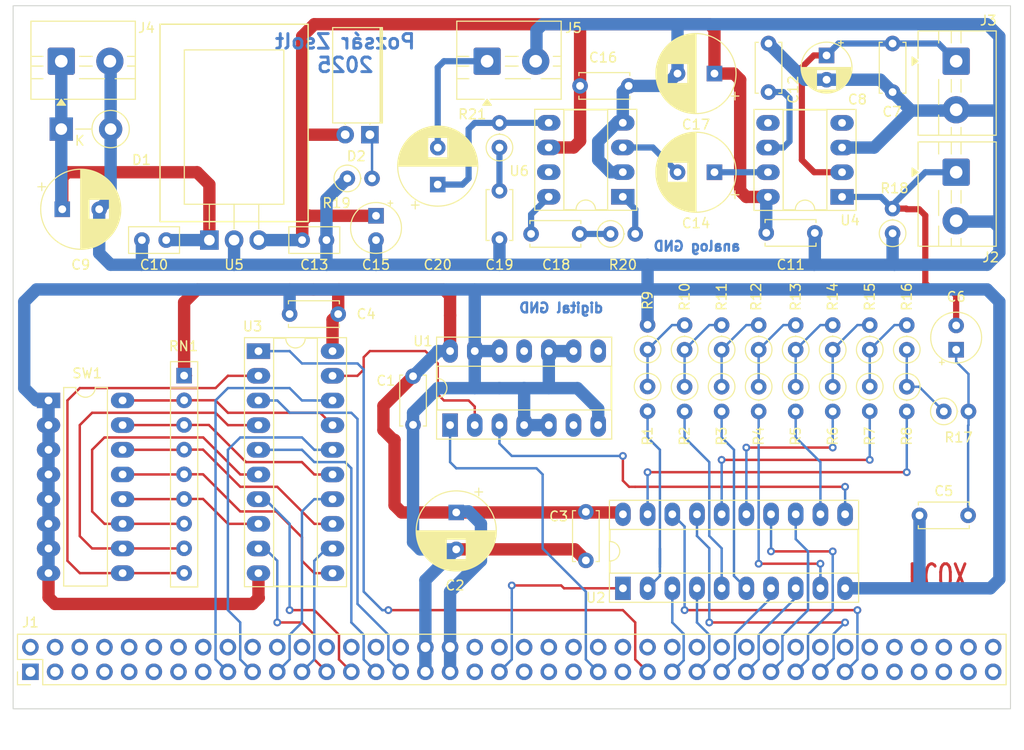
<source format=kicad_pcb>
(kicad_pcb (version 20241229) (generator "pcbnew") (generator_version "9.0")
  (title_block (title "PCOX - COVOX module") (date "2025-12-27") (rev "1.0") (company "Pozsar Zsolt") (comment 1 "Zacchaeus Microcomputer"))
  (layers (0 "F.Cu" signal) (2 "B.Cu" signal) (13 "F.Paste" user) (15 "B.Paste" user) (5 "F.SilkS" user "F.Silkscreen") (7 "B.SilkS" user "B.Silkscreen") (1 "F.Mask" user) (3 "B.Mask" user) (25 "Edge.Cuts" user))
  (net 0 "")
  (net 1 "/A7")
  (net 2 "/A6")
  (net 3 "/A5")
  (net 4 "/A4")
  (net 5 "/A3")
  (net 6 "/A2")
  (net 7 "/A1")
  (net 8 "/A0")
  (net 9 "GNDA")
  (net 10 "+5VD")
  (net 11 "/RESET")
  (net 12 "/-WR")
  (net 13 "/-IORQ")
  (net 14 "/D0")
  (net 15 "/D1")
  (net 16 "/D2")
  (net 17 "/D3")
  (net 18 "/D4")
  (net 19 "/D5")
  (net 20 "/D6")
  (net 21 "/D7")
  (net 22 "Net-(J2-Pin_1)")
  (net 23 "Net-(J3-Pin_1)")
  (net 24 "Net-(U4-Roll-off)")
  (net 25 "Net-(U6-+)")
  (net 26 "Net-(U4-Output)")
  (net 27 "Net-(J5-Pin_1)")
  (net 28 "Net-(D2-K)")
  (net 32 "+9VA")
  (net 36 "Net-(C5-Pad2)")
  (net 38 "Net-(R10-Pad1)")
  (net 39 "Net-(C19-Pad1)")
  (net 40 "Net-(C20-Pad1)")
  (net 43 "Net-(R11-Pad1)")
  (net 44 "Net-(R12-Pad1)")
  (net 45 "Net-(R13-Pad1)")
  (net 48 "Net-(C18-Pad2)")
  (net 49 "Net-(C18-Pad1)")
  (net 99 "Net-(U2-Q0)")
  (net 100 "Net-(U2-Q1)")
  (net 101 "Net-(U2-Q2)")
  (net 102 "Net-(U2-Q3)")
  (net 103 "Net-(U2-Q4)")
  (net 104 "Net-(R14-Pad1)")
  (net 105 "Net-(U2-Q5)")
  (net 106 "Net-(U2-Q6)")
  (net 107 "Net-(U2-Q7)")
  (net 108 "Net-(R1-Pad1)")
  (net 109 "Net-(RN1-R2)")
  (net 110 "Net-(RN1-R6)")
  (net 111 "Net-(R15-Pad1)")
  (net 112 "Net-(R16-Pad1)")
  (net 113 "Net-(R20-Pad2)")
  (net 114 "Net-(RN1-R7)")
  (net 115 "Net-(RN1-R4)")
  (net 116 "Net-(RN1-R5)")
  (net 117 "Net-(RN1-R8)")
  (net 118 "Net-(RN1-R3)")
  (net 119 "Net-(RN1-R1)")
  (net 120 "Net-(U3-P=R)")
  (net 121 "Net-(U2-Cp)")
  (net 125 "/+12VA")
  (footprint "Capacitor_THT:C_Disc_D5.0mm_W2.5mm_P5.00mm" (layer "F.Cu") (at 137.16 92.76 -90)
    (property "Reference" "C1")
    (property "Value" "100n")
  )
  (footprint "Resistor_THT:R_Array_SIP9" (layer "F.Cu") (at 113.605 92.695 -90)
    (property "Reference" "RN1")
    (property "Value" "8x1k")
  )
  (footprint "Resistor_THT:R_Axial_DIN0207_L6.3mm_D2.5mm_P2.54mm_Vertical" (layer "F.Cu") (at 172.72 90.03 90)
    (property "Reference" "R12")
    (property "Value" "10k")
  )
  (footprint "TerminalBlock:TerminalBlock_MaiXu_MX126-5.0-02P_1x02_P5.00mm" (layer "F.Cu") (at 144.78 60.325)
    (property "Reference" "J5")
    (property "Value" "Screw_Terminal_01x02")
  )
  (footprint "Capacitor_THT:C_Disc_D5.0mm_W2.5mm_P5.00mm" (layer "F.Cu") (at 154.94 111.72 90)
    (property "Reference" "C3")
    (property "Value" "100n")
  )
  (footprint "Capacitor_THT:C_Disc_D5.0mm_W2.5mm_P5.00mm" (layer "F.Cu") (at 159.345 62.865 180)
    (property "Reference" "C16")
    (property "Value" "100n")
  )
  (footprint "Package_DIP:DIP-20_W7.62mm_Socket_LongPads" (layer "F.Cu") (at 121.255 90.175)
    (property "Reference" "U3")
    (property "Value" "74HCT688")
  )
  (footprint "Capacitor_THT:C_Disc_D5.0mm_W2.5mm_P5.00mm" (layer "F.Cu") (at 173.5 78)
    (property "Reference" "C11")
    (property "Value" "100n")
  )
  (footprint "Capacitor_THT:C_Disc_D5.0mm_W2.5mm_P5.00mm" (layer "F.Cu") (at 189.27 107.081)
    (property "Reference" "C5")
    (property "Value" "10n")
  )
  (footprint "TerminalBlock:TerminalBlock_MaiXu_MX126-5.0-02P_1x02_P5.00mm" (layer "F.Cu") (at 100.965 60.325)
    (property "Reference" "J4")
    (property "Value" "Screw_Terminal_01x02")
  )
  (footprint "Package_DIP:DIP-8_W7.62mm_Socket_LongPads" (layer "F.Cu") (at 181.3 74.295 180)
    (property "Reference" "U4")
    (property "Value" "MC3340P")
  )
  (footprint "Package_DIP:DIP-20_W7.62mm_Socket_LongPads" (layer "F.Cu") (at 158.755 114.591 90)
    (property "Reference" "U2")
    (property "Value" "74LS273")
  )
  (footprint "Capacitor_THT:CP_Radial_D8.0mm_P3.80mm" (layer "F.Cu") (at 168.172651 71.755 180)
    (property "Reference" "C14")
    (property "Value" "220u")
  )
  (footprint "Resistor_THT:R_Axial_DIN0207_L6.3mm_D2.5mm_P2.54mm_Vertical" (layer "F.Cu") (at 161.29 90.01 90)
    (property "Reference" "R9")
    (property "Value" "10k")
  )
  (footprint "Capacitor_THT:CP_Radial_D8.0mm_P3.80mm" (layer "F.Cu") (at 101.067349 75.565)
    (property "Reference" "C9")
    (property "Value" "220u")
  )
  (footprint "Resistor_THT:R_Axial_DIN0207_L6.3mm_D2.5mm_P2.54mm_Vertical" (layer "F.Cu") (at 184.15 93.82 -90)
    (property "Reference" "R7")
    (property "Value" "20k")
  )
  (footprint "Capacitor_THT:C_Disc_D5.0mm_W2.5mm_P5.00mm" (layer "F.Cu") (at 173.736 63.5 90)
    (property "Reference" "C12")
    (property "Value" "50n")
  )
  (footprint "Resistor_THT:R_Axial_DIN0207_L6.3mm_D2.5mm_P2.54mm_Vertical" (layer "F.Cu") (at 180.34 93.84 -90)
    (property "Reference" "R6")
    (property "Value" "20k")
  )
  (footprint "Package_TO_SOT_THT:TO-220-3_Horizontal_TabDown" (layer "F.Cu") (at 116.205 78.74)
    (property "Reference" "U5")
    (property "Value" "7809")
  )
  (footprint "Resistor_THT:R_Axial_DIN0207_L6.3mm_D2.5mm_P2.54mm_Vertical" (layer "F.Cu") (at 168.91 93.84 -90)
    (property "Reference" "R3")
    (property "Value" "20k")
  )
  (footprint "Resistor_THT:R_Axial_DIN0207_L6.3mm_D2.5mm_P2.54mm_Vertical" (layer "F.Cu") (at 187.96 93.84 -90)
    (property "Reference" "R8")
    (property "Value" "20k")
  )
  (footprint "Resistor_THT:R_Axial_DIN0207_L6.3mm_D2.5mm_P2.54mm_Vertical" (layer "F.Cu") (at 186.5 78.04 90)
    (property "Reference" "R18")
    (property "Value" "47k-100k")
  )
  (footprint "TerminalBlock:TerminalBlock_MaiXu_MX126-5.0-02P_1x02_P5.00mm" (layer "F.Cu") (at 193.04 71.755 -90)
    (property "Reference" "J2")
    (property "Value" "Screw_Terminal_01x02")
  )
  (footprint "pinhead:PinHeader_2x40_P2.54mm_Vertical_Top_Bottom" (layer "F.Cu") (at 97.79 123.19 90)
    (property "Reference" "J1")
    (property "Value" "Conn_02x40_Top_Bottom")
  )
  (footprint "Capacitor_THT:C_Disc_D5.0mm_W2.5mm_P5.00mm" (layer "F.Cu") (at 154.305 78.105 180)
    (property "Reference" "C18")
    (property "Value" "**")
  )
  (footprint "Resistor_THT:R_Axial_DIN0207_L6.3mm_D2.5mm_P2.54mm_Vertical" (layer "F.Cu") (at 180.34 90.03 90)
    (property "Reference" "R14")
    (property "Value" "10k")
  )
  (footprint "Resistor_THT:R_Axial_DIN0207_L6.3mm_D2.5mm_P2.54mm_Vertical" (layer "F.Cu") (at 168.91 90.03 90)
    (property "Reference" "R11")
    (property "Value" "10k")
  )
  (footprint "Capacitor_THT:CP_Radial_Tantal_D5.0mm_P2.50mm" (layer "F.Cu") (at 133.35 76.24 -90)
    (property "Reference" "C15")
    (property "Value" "1u Ta")
  )
  (footprint "Resistor_THT:R_Axial_DIN0207_L6.3mm_D2.5mm_P2.54mm_Vertical" (layer "F.Cu") (at 187.96 90.03 90)
    (property "Reference" "R16")
    (property "Value" "10k")
  )
  (footprint "Resistor_THT:R_Axial_DIN0207_L6.3mm_D2.5mm_P2.54mm_Vertical" (layer "F.Cu") (at 161.29 93.82 -90)
    (property "Reference" "R1")
    (property "Value" "20k")
  )
  (footprint "Resistor_THT:R_Axial_DIN0207_L6.3mm_D2.5mm_P2.54mm_Vertical" (layer "F.Cu") (at 146.05 69.215 90)
    (property "Reference" "R21")
    (property "Value" "10")
  )
  (footprint "LED_THT:LED_Rectangular_W5.0mm_H2.0mm_Horizontal_O1.27mm_Z1.0mm" (layer "F.Cu") (at 132.72 67.89 180)
    (property "Reference" "D2")
    (property "Value" "LED")
  )
  (footprint "Capacitor_THT:C_Disc_D5.0mm_W2.5mm_P2.50mm" (layer "F.Cu") (at 125.75 78.74)
    (property "Reference" "C13")
    (property "Value" "1n")
  )
  (footprint "Resistor_THT:R_Axial_DIN0207_L6.3mm_D2.5mm_P2.54mm_Vertical" (layer "F.Cu") (at 176.53 90.03 90)
    (property "Reference" "R13")
    (property "Value" "10k")
  )
  (footprint "Resistor_THT:R_Axial_DIN0207_L6.3mm_D2.5mm_P2.54mm_Vertical" (layer "F.Cu") (at 157.48 78.105)
    (property "Reference" "R20")
    (property "Value" "*")
  )
  (footprint "Diode_THT:D_DO-15_P5.08mm_Vertical_KathodeUp" (layer "F.Cu") (at 100.965 67.31)
    (property "Reference" "D1")
    (property "Value" "1N5395")
  )
  (footprint "Resistor_THT:R_Axial_DIN0207_L6.3mm_D2.5mm_P2.54mm_Vertical" (layer "F.Cu") (at 184.15 90.03 90)
    (property "Reference" "R15")
    (property "Value" "10k")
  )
  (footprint "TerminalBlock:TerminalBlock_MaiXu_MX126-5.0-02P_1x02_P5.00mm" (layer "F.Cu") (at 193.04 60.325 -90)
    (property "Reference" "J3")
    (property "Value" "Screw_Terminal_01x02")
  )
  (footprint "Resistor_THT:R_Axial_DIN0207_L6.3mm_D2.5mm_P2.54mm_Vertical" (layer "F.Cu") (at 191.77 96.38)
    (property "Reference" "R17")
    (property "Value" "10k")
  )
  (footprint "Capacitor_THT:C_Disc_D5.0mm_W2.5mm_P5.00mm" (layer "F.Cu") (at 129.46 86.36 180)
    (property "Reference" "C4")
    (property "Value" "100n")
  )
  (footprint "Resistor_THT:R_Axial_DIN0207_L6.3mm_D2.5mm_P2.54mm_Vertical" (layer "F.Cu") (at 165.1 90.03 90)
    (property "Reference" "R10")
    (property "Value" "10k")
  )
  (footprint "Capacitor_THT:CP_Radial_D8.0mm_P3.80mm" (layer "F.Cu") (at 141.605 106.782349 -90)
    (property "Reference" "C2")
    (property "Value" "47u")
  )
  (footprint "Capacitor_THT:CP_Radial_D5.0mm_P2.50mm" (layer "F.Cu") (at 179.705 59.73 -90)
    (property "Reference" "C8")
    (property "Value" "10u")
  )
  (footprint "Capacitor_THT:CP_Radial_D8.0mm_P3.80mm" (layer "F.Cu") (at 168.172651 61.595 180)
    (property "Reference" "C17")
    (property "Value" "100u")
  )
  (footprint "Package_DIP:DIP-16_W7.62mm_LongPads" (layer "F.Cu") (at 99.655 95.25)
    (property "Reference" "SW1")
    (property "Value" "SW_DIP_x08")
  )
  (footprint "Capacitor_THT:C_Disc_D5.0mm_W2.5mm_P5.00mm" (layer "F.Cu") (at 186.5 63.5 90)
    (property "Reference" "C7")
    (property "Value" "100n")
  )
  (footprint "Package_DIP:DIP-14_W7.62mm_Socket_LongPads" (layer "F.Cu") (at 140.97 97.79 90)
    (property "Reference" "U1")
    (property "Value" "74LS32")
  )
  (footprint "Resistor_THT:R_Axial_DIN0207_L6.3mm_D2.5mm_P2.54mm_Vertical" (layer "F.Cu") (at 176.53 93.84 -90)
    (property "Reference" "R5")
    (property "Value" "20k")
  )
  (footprint "Resistor_THT:R_Axial_DIN0207_L6.3mm_D2.5mm_P2.54mm_Vertical" (layer "F.Cu") (at 165.1 93.84 -90)
    (property "Reference" "R2")
    (property "Value" "20k")
  )
  (footprint "Resistor_THT:R_Axial_DIN0207_L6.3mm_D2.5mm_P2.54mm_Vertical" (layer "F.Cu") (at 130.4 72.39)
    (property "Reference" "R19")
    (property "Value" "470")
  )
  (footprint "Package_DIP:DIP-8_W7.62mm_Socket_LongPads" (layer "F.Cu") (at 158.74 74.285 180)
    (property "Reference" "U6")
    (property "Value" "LM386")
  )
  (footprint "Capacitor_THT:C_Disc_D5.0mm_W2.5mm_P5.00mm" (layer "F.Cu") (at 146.05 73.66 -90)
    (property "Reference" "C19")
    (property "Value" "50n")
  )
  (footprint "Capacitor_THT:C_Disc_D5.0mm_W2.5mm_P2.50mm" (layer "F.Cu") (at 111.76 78.74 180)
    (property "Reference" "C10")
    (property "Value" "1n")
  )
  (footprint "Resistor_THT:R_Axial_DIN0207_L6.3mm_D2.5mm_P2.54mm_Vertical" (layer "F.Cu") (at 172.72 93.84 -90)
    (property "Reference" "R4")
    (property "Value" "20k")
  )
  (footprint "Capacitor_THT:CP_Radial_D8.0mm_P3.80mm" (layer "F.Cu") (at 139.7 73.025 90)
    (property "Reference" "C20")
    (property "Value" "220u")
  )
  (footprint "Capacitor_THT:CP_Radial_Tantal_D5.0mm_P2.50mm" (layer "F.Cu") (at 193.04 90.03 90)
    (property "Reference" "C6")
    (property "Value" "1u Ta")
  )
  (gr_rect (start 111.125 56.515) (end 126.365 76.835) (stroke (width 0.15)) (fill no) (layer "F.SilkS"))
  (gr_rect (start 96.012 54.61) (end 198.628 127) (stroke (width 0.1)) (fill no) (layer "Edge.Cuts"))
  (gr_text "PCOX" (at 187.96 114.935 0) (layer "F.Cu") (effects (font (size 2.54 1.5) (thickness 0.3) (bold yes)) (justify left bottom)))
  (gr_text "Pozsár Zsolt\n2025" (at 130.175 61.595 0) (layer "B.Cu") (effects (font (size 1.5 1.5) (thickness 0.3) (bold yes)) (justify bottom mirror)))
  (gr_text "digital GND" (at 152.4 85.725 0) (layer "B.Cu") (effects (font (size 1 1) (thickness 0.25)) (justify mirror)))
  (gr_text "analog GND" (at 166.37 79.375 0) (layer "B.Cu") (effects (font (size 1 1) (thickness 0.25)) (justify mirror)))
  (segment (start 127.005 95.255) (end 128.875 95.255) (width 0.25) (layer "B.Cu") (net 1))
  (segment (start 118.11 123.19) (end 116.84 121.92) (width 0.25) (layer "B.Cu") (net 1))
  (segment (start 124.46 93.98) (end 118.11 93.98) (width 0.25) (layer "B.Cu") (net 1))
  (segment (start 116.84 95.25) (end 118.11 93.98) (width 0.25) (layer "B.Cu") (net 1))
  (segment (start 127 95.25) (end 127.005 95.255) (width 0.25) (layer "B.Cu") (net 1))
  (segment (start 125.73 95.25) (end 127 95.25) (width 0.25) (layer "B.Cu") (net 1))
  (segment (start 124.46 93.98) (end 125.73 95.25) (width 0.25) (layer "B.Cu") (net 1))
  (segment (start 116.84 121.92) (end 116.84 95.25) (width 0.25) (layer "B.Cu") (net 1))
  (segment (start 119.38 121.92) (end 120.65 123.19) (width 0.25) (layer "B.Cu") (net 2))
  (segment (start 118.11 100.33) (end 118.11 116.84) (width 0.25) (layer "B.Cu") (net 2))
  (segment (start 125.73 99.06) (end 119.38 99.06) (width 0.25) (layer "B.Cu") (net 2))
  (segment (start 119.38 118.11) (end 119.38 121.92) (width 0.25) (layer "B.Cu") (net 2))
  (segment (start 119.38 99.06) (end 118.11 100.33) (width 0.25) (layer "B.Cu") (net 2))
  (segment (start 118.11 116.84) (end 119.38 118.11) (width 0.25) (layer "B.Cu") (net 2))
  (segment (start 127.005 100.335) (end 125.73 99.06) (width 0.25) (layer "B.Cu") (net 2))
  (segment (start 128.875 100.335) (end 127.005 100.335) (width 0.25) (layer "B.Cu") (net 2))
  (segment (start 125.73 106.68) (end 126.995 105.415) (width 0.25) (layer "B.Cu") (net 3))
  (segment (start 125.73 118.11) (end 125.73 106.68) (width 0.25) (layer "B.Cu") (net 3))
  (segment (start 124.46 119.38) (end 125.73 118.11) (width 0.25) (layer "B.Cu") (net 3))
  (segment (start 124.46 121.92) (end 124.46 119.38) (width 0.25) (layer "B.Cu") (net 3))
  (segment (start 126.995 105.415) (end 128.875 105.415) (width 0.25) (layer "B.Cu") (net 3))
  (segment (start 123.19 123.19) (end 124.46 121.92) (width 0.25) (layer "B.Cu") (net 3))
  (segment (start 125.73 123.19) (end 127 121.92) (width 0.25) (layer "B.Cu") (net 4))
  (segment (start 127 111.76) (end 128.265 110.495) (width 0.25) (layer "B.Cu") (net 4))
  (segment (start 127 121.92) (end 127 111.76) (width 0.25) (layer "B.Cu") (net 4))
  (segment (start 128.265 110.495) (end 128.875 110.495) (width 0.25) (layer "B.Cu") (net 4))
  (segment (start 127 121.92) (end 128.27 123.19) (width 0.25) (layer "F.Cu") (net 5))
  (segment (start 127 119.38) (end 127 121.92) (width 0.25) (layer "F.Cu") (net 5))
  (segment (start 123.19 118.11) (end 125.73 118.11) (width 0.25) (layer "F.Cu") (net 5))
  (segment (start 125.73 118.11) (end 127 119.38) (width 0.25) (layer "F.Cu") (net 5))
  (via (at 123.19 118.11) (size 0.8) (drill 0.4) (layers "F.Cu" "B.Cu") (net 5))
  (segment (start 123.19 111.76) (end 123.19 118.11) (width 0.25) (layer "B.Cu") (net 5))
  (segment (start 121.925 110.495) (end 123.19 111.76) (width 0.25) (layer "B.Cu") (net 5))
  (segment (start 121.255 110.495) (end 121.925 110.495) (width 0.25) (layer "B.Cu") (net 5))
  (segment (start 127 116.84) (end 129.54 119.38) (width 0.25) (layer "F.Cu") (net 6))
  (segment (start 129.54 121.92) (end 130.81 123.19) (width 0.25) (layer "F.Cu") (net 6))
  (segment (start 124.46 116.84) (end 127 116.84) (width 0.25) (layer "F.Cu") (net 6))
  (segment (start 129.54 119.38) (end 129.54 121.92) (width 0.25) (layer "F.Cu") (net 6))
  (via (at 124.46 116.84) (size 0.8) (drill 0.4) (layers "F.Cu" "B.Cu") (net 6))
  (segment (start 121.925 105.415) (end 124.46 107.95) (width 0.25) (layer "B.Cu") (net 6))
  (segment (start 121.255 105.415) (end 121.925 105.415) (width 0.25) (layer "B.Cu") (net 6))
  (segment (start 124.46 107.95) (end 124.46 116.84) (width 0.25) (layer "B.Cu") (net 6))
  (segment (start 130.81 102.235) (end 130.175 101.6) (width 0.25) (layer "B.Cu") (net 7))
  (segment (start 130.81 118.11) (end 130.81 102.235) (width 0.25) (layer "B.Cu") (net 7))
  (segment (start 125.73 100.33) (end 125.725 100.335) (width 0.25) (layer "B.Cu") (net 7))
  (segment (start 132.08 119.38) (end 130.81 118.11) (width 0.25) (layer "B.Cu") (net 7))
  (segment (start 130.175 101.6) (end 127 101.6) (width 0.25) (layer "B.Cu") (net 7))
  (segment (start 127 101.6) (end 125.73 100.33) (width 0.25) (layer "B.Cu") (net 7))
  (segment (start 125.725 100.335) (end 121.255 100.335) (width 0.25) (layer "B.Cu") (net 7))
  (segment (start 133.35 123.19) (end 132.08 121.92) (width 0.25) (layer "B.Cu") (net 7))
  (segment (start 132.08 121.92) (end 132.08 119.38) (width 0.25) (layer "B.Cu") (net 7))
  (segment (start 134.62 121.92) (end 134.62 119.38) (width 0.25) (layer "B.Cu") (net 8))
  (segment (start 131.445 116.205) (end 131.445 97.155) (width 0.25) (layer "B.Cu") (net 8))
  (segment (start 134.62 119.38) (end 131.445 116.205) (width 0.25) (layer "B.Cu") (net 8))
  (segment (start 123.195 95.255) (end 121.255 95.255) (width 0.25) (layer "B.Cu") (net 8))
  (segment (start 130.81 96.52) (end 124.46 96.52) (width 0.25) (layer "B.Cu") (net 8))
  (segment (start 135.89 123.19) (end 134.62 121.92) (width 0.25) (layer "B.Cu") (net 8))
  (segment (start 131.445 97.155) (end 130.81 96.52) (width 0.25) (layer "B.Cu") (net 8))
  (segment (start 124.46 96.52) (end 123.195 95.255) (width 0.25) (layer "B.Cu") (net 8))
  (segment (start 120.65 116.205) (end 121.285 115.57) (width 1.27) (layer "F.Cu") (net 9))
  (segment (start 153.802349 110.582349) (end 154.94 111.72) (width 1.27) (layer "F.Cu") (net 9))
  (segment (start 99.655 115.53) (end 100.33 116.205) (width 1.27) (layer "F.Cu") (net 9))
  (segment (start 100.33 116.205) (end 120.65 116.205) (width 1.27) (layer "F.Cu") (net 9))
  (segment (start 121.255 115.54) (end 121.255 113.035) (width 1.27) (layer "F.Cu") (net 9))
  (segment (start 121.285 115.57) (end 121.255 115.54) (width 1.27) (layer "F.Cu") (net 9))
  (segment (start 193 65.365) (end 193.04 65.405) (width 0.25) (layer "F.Cu") (net 9))
  (segment (start 193.04 76.835) (end 191.77 76.835) (width 0.25) (layer "F.Cu") (net 9))
  (segment (start 141.605 110.582349) (end 153.802349 110.582349) (width 1.27) (layer "F.Cu") (net 9))
  (segment (start 99.655 113.03) (end 99.655 115.53) (width 1.27) (layer "F.Cu") (net 9))
  (segment (start 106.045 67.31) (end 106.045 74.387349) (width 1.27) (layer "B.Cu") (net 9))
  (segment (start 196.215 81.28) (end 197.485 80.01) (width 1.27) (layer "B.Cu") (net 9))
  (segment (start 164.372651 56.607349) (end 164.465 56.515) (width 1.27) (layer "B.Cu") (net 9))
  (segment (start 143.51 91.44) (end 143.51 83.82) (width 1.27) (layer "B.Cu") (net 9))
  (segment (start 133.35 81.28) (end 128.27 81.28) (width 1.27) (layer "B.Cu") (net 9))
  (segment (start 137.16 96.52) (end 139.695 93.985) (width 1.27) (layer "B.Cu") (net 9))
  (segment (start 181.615 114.591) (end 196.559 114.591) (width 1.27) (layer "B.Cu") (net 9))
  (segment (start 124.46 83.82) (end 113.03 83.82) (width 1.27) (layer "B.Cu") (net 9))
  (segment (start 137.16 97.76) (end 137.16 109.855) (width 1.27) (layer "B.Cu") (net 9))
  (segment (start 181.3 69.215) (end 184.595 69.215) (width 1.27) (layer "B.Cu") (net 9))
  (segment (start 161.29 83.82) (end 143.51 83.82) (width 1.27) (layer "B.Cu") (net 9))
  (segment (start 150.495 56.515) (end 149.86 57.15) (width 1.27) (layer "B.Cu") (net 9))
  (segment (start 197.485 113.665) (end 197.485 85.09) (width 1.27) (layer "B.Cu") (net 9))
  (segment (start 128.25 78.74) (end 128.25 74.54) (width 1.27) (layer "B.Cu") (net 9))
  (segment (start 106.045 60.325) (end 106.045 67.31) (width 1.27) (layer "B.Cu") (net 9))
  (segment (start 153.67 90.17) (end 151.13 90.17) (width 1.27) (layer "B.Cu") (net 9))
  (segment (start 118.745 78.74) (end 118.745 81.28) (width 1.27) (layer "B.Cu") (net 9))
  (segment (start 143.51 83.82) (end 124.46 83.82) (width 1.27) (layer "B.Cu") (net 9))
  (segment (start 148.585 93.985) (end 146.045 93.985) (width 1.27) (layer "B.Cu") (net 9))
  (segment (start 161.29 83.82) (end 161.29 81.28) (width 1.27) (layer "B.Cu") (net 9))
  (segment (start 178.435 81.28) (end 186.69 81.28) (width 1.27) (layer "B.Cu") (net 9))
  (segment (start 164.465 56.515) (end 150.495 56.515) (width 1.27) (layer "B.Cu") (net 9))
  (segment (start 156.21 96.12) (end 154.075 93.985) (width 1.27) (layer "B.Cu") (net 9))
  (segment (start 146.05 90.17) (end 143.51 90.17) (width 1.27) (layer "B.Cu") (net 9))
  (segment (start 143.51 93.98) (end 143.51 91.44) (width 1.27) (layer "B.Cu") (net 9))
  (segment (start 138.43 113.757349) (end 141.605 110.582349) (width 1.27) (layer "B.Cu") (net 9))
  (segment (start 149.86 57.15) (end 149.86 60.325) (width 1.27) (layer "B.Cu") (net 9))
  (segment (start 113.03 83.82) (end 98.425 83.82) (width 1.27) (layer "B.Cu") (net 9))
  (segment (start 196.85 76.835) (end 193.04 76.835) (width 1.27) (layer "B.Cu") (net 9))
  (segment (start 196.215 56.515) (end 164.465 56.515) (width 1.27) (layer "B.Cu") (net 9))
  (segment (start 197.485 57.785) (end 196.215 56.515) (width 1.27) (layer "B.Cu") (net 9))
  (segment (start 173.736 58.5) (end 177.466 62.23) (width 1.27) (layer "B.Cu") (net 9))
  (segment (start 197.485 65.405) (end 193.04 65.405) (width 1.27) (layer "B.Cu") (net 9))
  (segment (start 197.485 77.47) (end 196.85 76.835) (width 1.27) (layer "B.Cu") (net 9))
  (segment (start 146.05 78.66) (end 146.05 81.28) (width 1.27) (layer "B.Cu") (net 9))
  (segment (start 151.125 93.985) (end 148.585 93.985) (width 1.27) (layer "B.Cu") (net 9))
  (segment (start 109.26 78.74) (end 109.26 81.24) (width 1.27) (layer "B.Cu") (net 9))
  (segment (start 143.51 90.17) (end 143.51 92.72) (width 0.25) (layer "B.Cu") (net 9))
  (segment (start 104.867349 80.102349) (end 106.045 81.28) (width 1.27) (layer "B.Cu") (net 9))
  (segment (start 189.27 107.081) (end 189.27 114.34) (width 1.27) (layer "B.Cu") (net 9))
  (segment (start 197.485 65.405) (end 197.485 57.785) (width 1.27) (layer "B.Cu") (net 9))
  (segment (start 178.5 78) (end 178.5 81.215) (width 1.27) (layer "B.Cu") (net 9))
  (segment (start 186.5 81.09) (end 186.69 81.28) (width 1.27) (layer "B.Cu") (net 9))
  (segment (start 109.26 81.24) (end 109.22 81.28) (width 1.27) (layer "B.Cu") (net 9))
  (segment (start 99.655 95.25) (end 98.425 95.25) (width 1.27) (layer "B.Cu") (net 9))
  (segment (start 138.43 120.65) (end 138.43 113.757349) (width 1.27) (layer "B.Cu") (net 9))
  (segment (start 196.559 114.591) (end 197.485 113.665) (width 1.27) (layer "B.Cu") (net 9))
  (segment (start 161.29 81.28) (end 178.435 81.28) (width 1.27) (layer "B.Cu") (net 9))
  (segment (start 158.125 66.665) (end 156.21 68.58) (width 1.27) (layer "B.Cu") (net 9))
  (segment (start 158.74 63.47) (end 159.345 62.865) (width 1.27) (layer "B.Cu") (net 9))
  (segment (start 186.5 78.04) (end 186.5 81.09) (width 1.27) (layer "B.Cu") (net 9))
  (segment (start 158.73 71.755) (end 158.74 71.745) (width 1.27) (layer "B.Cu") (net 9))
  (segment (start 128.25 81.26) (end 128.27 81.28) (width 1.27) (layer "B.Cu") (net 9))
  (segment (start 159.345 62.865) (end 163.102651 62.865) (width 1.27) (layer "B.Cu") (net 9))
  (segment (start 161.29 81.28) (end 146.05 81.28) (width 1.27) (layer "B.Cu") (net 9))
  (segment (start 158.74 66.665) (end 158.74 63.47) (width 1.27) (layer "B.Cu") (net 9))
  (segment (start 185.23 62.23) (end 186.5 63.5) (width 1.27) (layer "B.Cu") (net 9))
  (segment (start 133.35 81.28) (end 133.35 78.74) (width 1.27) (layer "B.Cu") (net 9))
  (segment (start 188.405 65.405) (end 193.04 65.405) (width 1.27) (layer "B.Cu") (net 9))
  (segment (start 128.25 78.74) (end 128.25 81.26) (width 1.27) (layer "B.Cu") (net 9))
  (segment (start 156.21 70.485) (end 157.48 71.755) (width 1.27) (layer "B.Cu") (net 9))
  (segment (start 156.21 97.79) (end 156.21 96.12) (width 1.27) (layer "B.Cu") (net 9))
  (segment (start 197.485 77.47) (end 197.485 65.405) (width 1.27) (layer "B.Cu") (net 9))
  (segment (start 164.372651 61.595) (end 164.372651 56.607349) (width 1.27) (layer "B.Cu") (net 9))
  (segment (start 196.215 83.82) (end 197.485 85.09) (width 1.27) (layer "B.Cu") (net 9))
  (segment (start 124.46 86.36) (end 124.46 83.82) (width 1.27) (layer "B.Cu") (net 9))
  (segment (start 106.045 74.387349) (end 104.867349 75.565) (width 1.27) (layer "B.Cu") (net 9))
  (segment (start 151.13 97.79) (end 148.59 97.79) (width 1.27) (layer "B.Cu") (net 9))
  (segment (start 148.59 93.99) (end 148.59 97.79) (width 1.27) (layer "B.Cu") (net 9))
  (segment (start 178.5 81.215) (end 178.435 81.28) (width 1.27) (layer "B.Cu") (net 9))
  (segment (start 128.27 81.28) (end 118.745 81.28) (width 1.27) (layer "B.Cu") (net 9))
  (segment (start 186.69 81.28) (end 196.215 81.28) (width 1.27) (layer "B.Cu") (net 9))
  (segment (start 137.16 97.76) (end 137.16 96.52) (width 1.27) (layer "B.Cu") (net 9))
  (segment (start 151.13 93.98) (end 151.13 90.17) (width 1.27) (layer "B.Cu") (net 9))
  (segment (start 118.745 81.28) (end 109.22 81.28) (width 1.27) (layer "B.Cu") (net 9))
  (segment (start 138.43 123.19) (end 138.43 120.65) (width 1.27) (layer "B.Cu") (net 9))
  (segment (start 157.48 71.755) (end 158.73 71.755) (width 1.27) (layer "B.Cu") (net 9))
  (segment (start 143.505 93.985) (end 146.045 93.985) (width 1.27) (layer "B.Cu") (net 9))
  (segment (start 137.887349 110.582349) (end 141.605 110.582349) (width 1.27) (layer "B.Cu") (net 9))
  (segment (start 177.466 62.23) (end 179.705 62.23) (width 1.27) (layer "B.Cu") (net 9))
  (segment (start 154.075 93.985) (end 151.125 93.985) (width 1.27) (layer "B.Cu") (net 9))
  (segment (start 163.102651 62.865) (end 164.372651 61.595) (width 1.27) (layer "B.Cu") (net 9))
  (segment (start 161.29 87.47) (end 161.29 83.82) (width 1.27) (layer "B.Cu") (net 9))
  (segment (start 186.5 63.5) (end 188.405 65.405) (width 1.27) (layer "B.Cu") (net 9))
  (segment (start 184.595 69.215) (end 188.405 65.405) (width 1.27) (layer "B.Cu") (net 9))
  (segment (start 156.21 68.58) (end 156.21 70.485) (width 1.27) (layer "B.Cu") (net 9))
  (segment (start 143.51 91.44) (end 143.51 90.17) (width 1.27) (layer "B.Cu") (net 9))
  (segment (start 137.16 109.855) (end 137.887349 110.582349) (width 1.27) (layer "B.Cu") (net 9))
  (segment (start 143.505 93.985) (end 143.51 93.98) (width 1.27) (layer "B.Cu") (net 9))
  (segment (start 196.215 83.82) (end 161.29 83.82) (width 1.27) (layer "B.Cu") (net 9))
  (segment (start 146.05 81.28) (end 133.35 81.28) (width 1.27) (layer "B.Cu") (net 9))
  (segment (start 106.045 81.28) (end 109.22 81.28) (width 1.27) (layer "B.Cu") (net 9))
  (segment (start 158.74 66.665) (end 158.125 66.665) (width 1.27) (layer "B.Cu") (net 9))
  (segment (start 99.655 113.03) (end 99.655 95.25) (width 1.27) (layer "B.Cu") (net 9))
  (segment (start 98.425 95.25) (end 97.155 93.98) (width 1.27) (layer "B.Cu") (net 9))
  (segment (start 128.25 74.54) (end 130.4 72.39) (width 1.27) (layer "B.Cu") (net 9))
  (segment (start 104.867349 75.565) (end 104.867349 80.102349) (width 1.27) (layer "B.Cu") (net 9))
  (segment (start 139.695 93.985) (end 143.505 93.985) (width 1.27) (layer "B.Cu") (net 9))
  (segment (start 97.155 85.09) (end 97.155 93.98) (width 1.27) (layer "B.Cu") (net 9))
  (segment (start 179.705 62.23) (end 185.23 62.23) (width 1.27) (layer "B.Cu") (net 9))
  (segment (start 197.485 80.01) (end 197.485 77.47) (width 1.27) (layer "B.Cu") (net 9))
  (segment (start 98.425 83.82) (end 97.155 85.09) (width 1.27) (layer "B.Cu") (net 9))
  (segment (start 126.92 83.82) (end 129.54 83.82) (width 1.27) (layer "F.Cu") (net 10))
  (segment (start 135.128 99.314) (end 134.112 98.298) (width 1.27) (layer "F.Cu") (net 10))
  (segment (start 129.46 83.9) (end 129.54 83.82) (width 1.27) (layer "F.Cu") (net 10))
  (segment (start 135.992349 106.782349) (end 135.255 106.045) (width 1.27) (layer "F.Cu") (net 10))
  (segment (start 129.46 86.36) (end 129.46 83.9) (width 1.27) (layer "F.Cu") (net 10))
  (segment (start 134.112 98.298) (end 134.112 95.808) (width 1.27) (layer "F.Cu") (net 10))
  (segment (start 140.965 90.175) (end 140.97 90.17) (width 0.25) (layer "F.Cu") (net 10))
  (segment (start 126.92 83.82) (end 114.935 83.82) (width 1.27) (layer "F.Cu") (net 10))
  (segment (start 114.935 83.82) (end 113.605 85.15) (width 1.27) (layer "F.Cu") (net 10))
  (segment (start 113.605 85.15) (end 113.605 92.695) (width 1.27) (layer "F.Cu") (net 10))
  (segment (start 113.605 92.695) (end 114.315 92.695) (width 0.25) (layer "F.Cu") (net 10))
  (segment (start 140.97 90.17) (end 140.97 86.5) (width 1.27) (layer "F.Cu") (net 10))
  (segment (start 134.112 95.808) (end 137.16 92.76) (width 1.27) (layer "F.Cu") (net 10))
  (segment (start 128.875 90.175) (end 128.875 86.945) (width 1.27) (layer "F.Cu") (net 10))
  (segment (start 140.97 84.455) (end 140.97 86.5) (width 1.27) (layer "F.Cu") (net 10))
  (segment (start 129.54 83.82) (end 140.335 83.82) (width 1.27) (layer "F.Cu") (net 10))
  (segment (start 128.875 86.945) (end 129.46 86.36) (width 1.27) (layer "F.Cu") (net 10))
  (segment (start 140.335 83.82) (end 140.97 84.455) (width 1.27) (layer "F.Cu") (net 10))
  (segment (start 158.566349 106.782349) (end 158.755 106.971) (width 1.27) (layer "F.Cu") (net 10))
  (segment (start 141.605 106.782349) (end 135.992349 106.782349) (width 1.27) (layer "F.Cu") (net 10))
  (segment (start 135.255 99.314) (end 135.128 99.314) (width 1.27) (layer "F.Cu") (net 10))
  (segment (start 135.255 106.045) (end 135.255 99.314) (width 1.27) (layer "F.Cu") (net 10))
  (segment (start 141.605 106.782349) (end 158.566349 106.782349) (width 1.27) (layer "F.Cu") (net 10))
  (segment (start 140.97 114.935) (end 144.145 111.76) (width 1.27) (layer "B.Cu") (net 10))
  (segment (start 139.7 90.17) (end 140.97 90.17) (width 1.27) (layer "B.Cu") (net 10))
  (segment (start 139.7 90.22) (end 139.7 90.17) (width 1.27) (layer "B.Cu") (net 10))
  (segment (start 141.707349 106.68) (end 141.605 106.782349) (width 1.27) (layer "B.Cu") (net 10))
  (segment (start 144.145 107.95) (end 142.875 106.68) (width 1.27) (layer "B.Cu") (net 10))
  (segment (start 144.145 111.76) (end 144.145 107.95) (width 1.27) (layer "B.Cu") (net 10))
  (segment (start 137.16 92.76) (end 139.7 90.22) (width 1.27) (layer "B.Cu") (net 10))
  (segment (start 140.97 123.19) (end 140.97 120.65) (width 1.27) (layer "B.Cu") (net 10))
  (segment (start 140.97 120.65) (end 140.97 114.935) (width 1.27) (layer "B.Cu") (net 10))
  (segment (start 142.875 106.68) (end 141.707349 106.68) (width 1.27) (layer "B.Cu") (net 10))
  (segment (start 152.691 114.591) (end 158.755 114.591) (width 0.25) (layer "F.Cu") (net 11))
  (segment (start 152.4 114.3) (end 152.691 114.591) (width 0.25) (layer "F.Cu") (net 11))
  (segment (start 147.32 114.3) (end 152.4 114.3) (width 0.25) (layer "F.Cu") (net 11))
  (via (at 147.32 114.3) (size 0.8) (drill 0.4) (layers "F.Cu" "B.Cu") (net 11))
  (segment (start 147.32 115.57) (end 147.32 121.92) (width 0.25) (layer "B.Cu") (net 11))
  (segment (start 147.32 121.92) (end 146.05 123.19) (width 0.25) (layer "B.Cu") (net 11))
  (segment (start 147.32 115.57) (end 147.32 114.3) (width 0.25) (layer "B.Cu") (net 11))
  (segment (start 150.495 102.87) (end 149.86 102.235) (width 0.25) (layer "B.Cu") (net 12))
  (segment (start 150.495 110.49) (end 150.495 102.87) (width 0.25) (layer "B.Cu") (net 12))
  (segment (start 149.86 102.235) (end 141.605 102.235) (width 0.25) (layer "B.Cu") (net 12))
  (segment (start 156.21 123.19) (end 154.94 121.92) (width 0.25) (layer "B.Cu") (net 12))
  (segment (start 140.97 101.6) (end 140.97 97.79) (width 0.25) (layer "B.Cu") (net 12))
  (segment (start 141.605 102.235) (end 140.97 101.6) (width 0.25) (layer "B.Cu") (net 12))
  (segment (start 154.94 121.92) (end 154.94 114.935) (width 0.25) (layer "B.Cu") (net 12))
  (segment (start 154.94 114.935) (end 150.495 110.49) (width 0.25) (layer "B.Cu") (net 12))
  (segment (start 160.02 121.92) (end 161.29 123.19) (width 0.25) (layer "F.Cu") (net 13))
  (segment (start 158.75 116.84) (end 160.02 118.11) (width 0.25) (layer "F.Cu") (net 13))
  (segment (start 160.02 118.11) (end 160.02 121.92) (width 0.25) (layer "F.Cu") (net 13))
  (segment (start 134.62 116.84) (end 158.75 116.84) (width 0.25) (layer "F.Cu") (net 13))
  (via (at 134.62 116.84) (size 0.8) (drill 0.4) (layers "F.Cu" "B.Cu") (net 13))
  (segment (start 125.73 91.44) (end 124.46 90.17) (width 0.25) (layer "B.Cu") (net 13))
  (segment (start 133.985 116.84) (end 132.08 114.935) (width 0.25) (layer "B.Cu") (net 13))
  (segment (start 131.445 91.44) (end 125.73 91.44) (width 0.25) (layer "B.Cu") (net 13))
  (segment (start 124.455 90.175) (end 121.255 90.175) (width 0.25) (layer "B.Cu") (net 13))
  (segment (start 134.62 116.84) (end 133.985 116.84) (width 0.25) (layer "B.Cu") (net 13))
  (segment (start 132.08 114.935) (end 132.08 92.075) (width 0.25) (layer "B.Cu") (net 13))
  (segment (start 124.46 90.17) (end 124.455 90.175) (width 0.25) (layer "B.Cu") (net 13))
  (segment (start 132.08 92.075) (end 131.445 91.44) (width 0.25) (layer "B.Cu") (net 13))
  (segment (start 163.83 115.57) (end 163.835 115.575) (width 0.25) (layer "B.Cu") (net 14))
  (segment (start 165.005 119.285) (end 163.83 118.11) (width 0.25) (layer "B.Cu") (net 14))
  (segment (start 163.83 123.19) (end 165.005 122.015) (width 0.25) (layer "B.Cu") (net 14))
  (segment (start 163.835 118.105) (end 163.835 115.575) (width 0.25) (layer "B.Cu") (net 14))
  (segment (start 163.835 115.575) (end 163.835 115.56) (width 0.25) (layer "B.Cu") (net 14))
  (segment (start 165.005 122.015) (end 165.005 119.285) (width 0.25) (layer "B.Cu") (net 14))
  (segment (start 163.83 118.11) (end 163.835 118.105) (width 0.25) (layer "B.Cu") (net 14))
  (segment (start 167.64 119.38) (end 166.37 118.11) (width 0.25) (layer "B.Cu") (net 15))
  (segment (start 166.375 118.105) (end 166.375 115.56) (width 0.25) (layer "B.Cu") (net 15))
  (segment (start 167.64 121.92) (end 167.64 119.38) (width 0.25) (layer "B.Cu") (net 15))
  (segment (start 166.37 123.19) (end 167.64 121.92) (width 0.25) (layer "B.Cu") (net 15))
  (segment (start 166.37 118.11) (end 166.375 118.105) (width 0.25) (layer "B.Cu") (net 15))
  (segment (start 170.275 119.28) (end 173.995 115.56) (width 0.25) (layer "B.Cu") (net 16))
  (segment (start 170.275 121.825) (end 170.275 119.28) (width 0.25) (layer "B.Cu") (net 16))
  (segment (start 173.995 114.305) (end 173.99 114.3) (width 0.25) (layer "B.Cu") (net 16))
  (segment (start 173.995 114.591) (end 173.995 114.305) (width 0.25) (layer "B.Cu") (net 16))
  (segment (start 168.91 123.19) (end 170.275 121.825) (width 0.25) (layer "B.Cu") (net 16))
  (segment (start 172.72 119.38) (end 176.535 115.565) (width 0.25) (layer "B.Cu") (net 17))
  (segment (start 172.72 121.92) (end 172.72 119.38) (width 0.25) (layer "B.Cu") (net 17))
  (segment (start 171.45 123.19) (end 172.72 121.92) (width 0.25) (layer "B.Cu") (net 17))
  (segment (start 177.8 116.84) (end 177.8 111.76) (width 0.25) (layer "B.Cu") (net 18))
  (segment (start 176.53 109.521) (end 176.535 109.516) (width 0.25) (layer "B.Cu") (net 18))
  (segment (start 176.535 109.516) (end 176.535 106.971) (width 0.25) (layer "B.Cu") (net 18))
  (segment (start 177.8 110.791) (end 176.53 109.521) (width 0.25) (layer "B.Cu") (net 18))
  (segment (start 175.165 119.475) (end 177.8 116.84) (width 0.25) (layer "B.Cu") (net 18))
  (segment (start 175.165 122.015) (end 175.165 119.475) (width 0.25) (layer "B.Cu") (net 18))
  (segment (start 177.8 113.011) (end 177.8 110.791) (width 0.25) (layer "B.Cu") (net 18))
  (segment (start 177.8 115.871) (end 177.8 113.011) (width 0.25) (layer "B.Cu") (net 18))
  (segment (start 173.99 123.19) (end 175.165 122.015) (width 0.25) (layer "B.Cu") (net 18))
  (segment (start 180.34 110.791) (end 173.99 110.791) (width 0.25) (layer "F.Cu") (net 19))
  (via (at 173.99 110.791) (size 0.8) (drill 0.4) (layers "F.Cu" "B.Cu") (net 19))
  (via (at 180.34 110.791) (size 0.8) (drill 0.4) (layers "F.Cu" "B.Cu") (net 19))
  (segment (start 173.995 110.786) (end 173.99 110.791) (width 0.25) (layer "B.Cu") (net 19))
  (segment (start 173.995 106.971) (end 173.995 110.786) (width 0.25) (layer "B.Cu") (net 19))
  (segment (start 176.53 123.19) (end 177.8 121.92) (width 0.25) (layer "B.Cu") (net 19))
  (segment (start 177.8 119.38) (end 180.34 116.84) (width 0.25) (layer "B.Cu") (net 19))
  (segment (start 180.34 115.871) (end 180.34 115.551) (width 0.25) (layer "B.Cu") (net 19))
  (segment (start 180.34 115.551) (end 180.34 110.791) (width 0.25) (layer "B.Cu") (net 19))
  (segment (start 177.8 121.92) (end 177.8 119.38) (width 0.25) (layer "B.Cu") (net 19))
  (segment (start 180.34 114.3) (end 180.34 116.84) (width 0.25) (layer "B.Cu") (net 19))
  (segment (start 181.61 118.11) (end 167.64 118.11) (width 0.25) (layer "F.Cu") (net 20))
  (via (at 181.61 118.11) (size 0.8) (drill 0.4) (layers "F.Cu" "B.Cu") (net 20))
  (via (at 167.64 118.11) (size 0.8) (drill 0.4) (layers "F.Cu" "B.Cu") (net 20))
  (segment (start 166.37 109.201) (end 166.375 109.196) (width 0.25) (layer "B.Cu") (net 20))
  (segment (start 179.07 123.19) (end 180.435 121.825) (width 0.25) (layer "B.Cu") (net 20))
  (segment (start 167.64 110.471) (end 166.37 109.201) (width 0.25) (layer "B.Cu") (net 20))
  (segment (start 180.435 121.825) (end 180.435 119.285) (width 0.25) (layer "B.Cu") (net 20))
  (segment (start 180.435 119.285) (end 181.61 118.11) (width 0.25) (layer "B.Cu") (net 20))
  (segment (start 166.375 109.196) (end 166.375 106.971) (width 0.25) (layer "B.Cu") (net 20))
  (segment (start 167.64 110.471) (end 167.64 118.11) (width 0.25) (layer "B.Cu") (net 20))
  (segment (start 182.88 116.84) (end 165.1 116.84) (width 0.25) (layer "F.Cu") (net 21))
  (via (at 165.1 116.84) (size 0.8) (drill 0.4) (layers "F.Cu" "B.Cu") (net 21))
  (via (at 182.88 116.84) (size 0.8) (drill 0.4) (layers "F.Cu" "B.Cu") (net 21))
  (segment (start 181.61 123.19) (end 182.88 121.92) (width 0.25) (layer "B.Cu") (net 21))
  (segment (start 165.1 108.236) (end 163.835 106.971) (width 0.25) (layer "B.Cu") (net 21))
  (segment (start 182.88 121.92) (end 182.88 116.84) (width 0.25) (layer "B.Cu") (net 21))
  (segment (start 165.1 116.84) (end 165.1 108.236) (width 0.25) (layer "B.Cu") (net 21))
  (segment (start 192.405 83.82) (end 193.04 84.455) (width 0.635) (layer "F.Cu") (net 22))
  (segment (start 187.895 75.5) (end 187.96 75.565) (width 0.635) (layer "F.Cu") (net 22))
  (segment (start 189.865 76.2) (end 189.865 83.185) (width 0.635) (layer "F.Cu") (net 22))
  (segment (start 190.5 83.82) (end 192.405 83.82) (width 0.635) (layer "F.Cu") (net 22))
  (segment (start 187.96 75.565) (end 189.23 75.565) (width 0.635) (layer "F.Cu") (net 22))
  (segment (start 186.5 75.5) (end 187.895 75.5) (width 0.635) (layer "F.Cu") (net 22))
  (segment (start 189.865 83.185) (end 190.5 83.82) (width 0.635) (layer "F.Cu") (net 22))
  (segment (start 189.23 75.565) (end 189.865 76.2) (width 0.635) (layer "F.Cu") (net 22))
  (segment (start 193.04 84.455) (end 193.04 87.53) (width 0.635) (layer "F.Cu") (net 22))
  (segment (start 189.865 71.755) (end 193.04 71.755) (width 0.635) (layer "B.Cu") (net 22))
  (segment (start 186.5 75.5) (end 186.5 75.12) (width 0.635) (layer "B.Cu") (net 22))
  (segment (start 186.5 75.12) (end 189.865 71.755) (width 0.635) (layer "B.Cu") (net 22))
  (segment (start 185.295 74.295) (end 186.5 75.5) (width 0.635) (layer "B.Cu") (net 22))
  (segment (start 181.3 74.295) (end 185.295 74.295) (width 0.635) (layer "B.Cu") (net 22))
  (segment (start 178.395 59.73) (end 177.165 60.96) (width 0.635) (layer "F.Cu") (net 23))
  (segment (start 178.435 71.755) (end 181.3 71.755) (width 0.635) (layer "F.Cu") (net 23))
  (segment (start 177.165 60.96) (end 177.165 70.485) (width 0.635) (layer "F.Cu") (net 23))
  (segment (start 179.705 59.73) (end 178.395 59.73) (width 0.635) (layer "F.Cu") (net 23))
  (segment (start 193 60.365) (end 193.04 60.325) (width 0.25) (layer "F.Cu") (net 23))
  (segment (start 177.165 70.485) (end 178.435 71.755) (width 0.635) (layer "F.Cu") (net 23))
  (segment (start 186.5 58.5) (end 191.215 58.5) (width 0.635) (layer "B.Cu") (net 23))
  (segment (start 180.935 58.5) (end 179.705 59.73) (width 0.635) (layer "B.Cu") (net 23))
  (segment (start 186.5 58.5) (end 180.935 58.5) (width 0.635) (layer "B.Cu") (net 23))
  (segment (start 191.215 58.5) (end 193.04 60.325) (width 0.635) (layer "B.Cu") (net 23))
  (segment (start 173.68 69.215) (end 175.26 69.215) (width 0.635) (layer "B.Cu") (net 24))
  (segment (start 175.26 69.215) (end 175.895 68.58) (width 0.635) (layer "B.Cu") (net 24))
  (segment (start 175.895 64.135) (end 175.26 63.5) (width 0.635) (layer "B.Cu") (net 24))
  (segment (start 175.895 68.58) (end 175.895 64.135) (width 0.635) (layer "B.Cu") (net 24))
  (segment (start 175.26 63.5) (end 173.736 63.5) (width 0.635) (layer "B.Cu") (net 24))
  (segment (start 161.822651 69.205) (end 164.372651 71.755) (width 0.635) (layer "B.Cu") (net 25))
  (segment (start 158.74 69.205) (end 161.822651 69.205) (width 0.635) (layer "B.Cu") (net 25))
  (segment (start 168.172651 71.755) (end 173.68 71.755) (width 0.635) (layer "B.Cu") (net 26))
  (segment (start 140.335 60.325) (end 144.78 60.325) (width 0.635) (layer "B.Cu") (net 27))
  (segment (start 139.7 69.225) (end 139.7 60.96) (width 0.635) (layer "B.Cu") (net 27))
  (segment (start 139.7 60.96) (end 140.335 60.325) (width 0.635) (layer "B.Cu") (net 27))
  (segment (start 132.94 68.11) (end 132.72 67.89) (width 0.25) (layer "B.Cu") (net 28))
  (segment (start 132.94 72.39) (end 132.94 68.11) (width 0.25) (layer "B.Cu") (net 28))
  (segment (start 173.68 74.295) (end 171.45 74.295) (width 1.27) (layer "F.Cu") (net 32))
  (segment (start 170.815 73.66) (end 170.815 62.23) (width 1.27) (layer "F.Cu") (net 32))
  (segment (start 154.345 62.865) (end 154.345 56.555) (width 1.27) (layer "F.Cu") (net 32))
  (segment (start 125.75 78.74) (end 125.75 57.765) (width 1.27) (layer "F.Cu") (net 32))
  (segment (start 126.365 76.2) (end 126.405 76.24) (width 1.27) (layer "F.Cu") (net 32))
  (segment (start 127 56.515) (end 126.365 57.15) (width 1.27) (layer "F.Cu") (net 32))
  (segment (start 168.172651 57.047651) (end 167.64 56.515) (width 1.27) (layer "F.Cu") (net 32))
  (segment (start 153.68 69.205) (end 154.345 68.54) (width 1.27) (layer "F.Cu") (net 32))
  (segment (start 125.75 76.815) (end 126.365 76.2) (width 1.27) (layer "F.Cu") (net 32))
  (segment (start 154.305 56.515) (end 127 56.515) (width 1.27) (layer "F.Cu") (net 32))
  (segment (start 151.12 69.205) (end 153.68 69.205) (width 1.27) (layer "F.Cu") (net 32))
  (segment (start 171.45 74.295) (end 170.815 73.66) (width 1.27) (layer "F.Cu") (net 32))
  (segment (start 170.815 62.23) (end 170.18 61.595) (width 1.27) (layer "F.Cu") (net 32))
  (segment (start 154.345 68.54) (end 154.345 62.865) (width 1.27) (layer "F.Cu") (net 32))
  (segment (start 126.405 76.24) (end 133.35 76.24) (width 1.27) (layer "F.Cu") (net 32))
  (segment (start 167.64 56.515) (end 154.305 56.515) (width 1.27) (layer "F.Cu") (net 32))
  (segment (start 125.75 78.74) (end 125.75 76.815) (width 1.27) (layer "F.Cu") (net 32))
  (segment (start 170.18 61.595) (end 168.172651 61.595) (width 1.27) (layer "F.Cu") (net 32))
  (segment (start 154.345 56.555) (end 154.305 56.515) (width 1.27) (layer "F.Cu") (net 32))
  (segment (start 168.172651 61.595) (end 168.172651 57.047651) (width 1.27) (layer "F.Cu") (net 32))
  (segment (start 125.75 57.765) (end 126.365 57.15) (width 1.27) (layer "F.Cu") (net 32))
  (segment (start 130.18 67.89) (end 126.42 67.89) (width 1.27) (layer "F.Cu") (net 32))
  (segment (start 173.5 78) (end 173.5 74.475) (width 1.27) (layer "B.Cu") (net 32))
  (segment (start 125.75 78.74) (end 121.285 78.74) (width 1.27) (layer "B.Cu") (net 32))
  (segment (start 173.5 74.475) (end 173.68 74.295) (width 1.27) (layer "B.Cu") (net 32))
  (segment (start 194.27 97.83) (end 194.31 97.79) (width 0.25) (layer "B.Cu") (net 36))
  (segment (start 194.27 107.081) (end 194.27 97.83) (width 0.25) (layer "B.Cu") (net 36))
  (segment (start 194.27 96.42) (end 194.31 96.38) (width 0.25) (layer "B.Cu") (net 36))
  (segment (start 194.31 97.79) (end 194.31 96.38) (width 0.25) (layer "B.Cu") (net 36))
  (segment (start 194.31 92.53) (end 193.04 91.26) (width 0.25) (layer "B.Cu") (net 36))
  (segment (start 193.04 91.26) (end 193.04 90.03) (width 0.25) (layer "B.Cu") (net 36))
  (segment (start 194.31 96.38) (end 194.31 92.53) (width 0.25) (layer "B.Cu") (net 36))
  (segment (start 168.91 87.49) (end 167.64 87.49) (width 0.25) (layer "B.Cu") (net 38))
  (segment (start 167.64 87.49) (end 165.1 90.03) (width 0.25) (layer "B.Cu") (net 38))
  (segment (start 165.1 93.84) (end 165.1 90.03) (width 0.25) (layer "B.Cu") (net 38))
  (segment (start 146.05 73.66) (end 146.05 69.215) (width 0.635) (layer "B.Cu") (net 39))
  (segment (start 146.06 66.665) (end 146.05 66.675) (width 0.25) (layer "B.Cu") (net 40))
  (segment (start 139.7 73.025) (end 142.24 73.025) (width 0.635) (layer "B.Cu") (net 40))
  (segment (start 142.875 67.31) (end 143.51 66.675) (width 0.635) (layer "B.Cu") (net 40))
  (segment (start 143.51 66.675) (end 146.05 66.675) (width 0.635) (layer "B.Cu") (net 40))
  (segment (start 151.12 66.665) (end 146.06 66.665) (width 0.635) (layer "B.Cu") (net 40))
  (segment (start 142.875 72.39) (end 142.875 67.31) (width 0.635) (layer "B.Cu") (net 40))
  (segment (start 142.24 73.025) (end 142.875 72.39) (width 0.635) (layer "B.Cu") (net 40))
  (segment (start 168.91 93.84) (end 168.91 90.03) (width 0.25) (layer "B.Cu") (net 43))
  (segment (start 171.45 87.49) (end 168.91 90.03) (width 0.25) (layer "B.Cu") (net 43))
  (segment (start 172.72 87.49) (end 171.45 87.49) (width 0.25) (layer "B.Cu") (net 43))
  (segment (start 175.26 87.49) (end 172.72 90.03) (width 0.25) (layer "B.Cu") (net 44))
  (segment (start 172.72 93.84) (end 172.72 90.03) (width 0.25) (layer "B.Cu") (net 44))
  (segment (start 176.53 87.49) (end 175.26 87.49) (width 0.25) (layer "B.Cu") (net 44))
  (segment (start 180.34 87.49) (end 179.07 87.49) (width 0.25) (layer "B.Cu") (net 45))
  (segment (start 176.53 93.84) (end 176.53 90.03) (width 0.25) (layer "B.Cu") (net 45))
  (segment (start 179.07 87.49) (end 176.53 90.03) (width 0.25) (layer "B.Cu") (net 45))
  (segment (start 149.305 78.105) (end 149.305 76.1) (width 0.635) (layer "B.Cu") (net 48))
  (segment (start 149.305 76.1) (end 151.12 74.285) (width 0.635) (layer "B.Cu") (net 48))
  (segment (start 157.48 78.105) (end 154.305 78.105) (width 0.635) (layer "B.Cu") (net 49))
  (segment (start 162.56 112.08) (end 162.56 110.49) (width 0.25) (layer "B.Cu") (net 99))
  (segment (start 161.29 99.06) (end 162.56 100.33) (width 0.25) (layer "B.Cu") (net 99))
  (segment (start 162.56 100.33) (end 162.56 112.395) (width 0.25) (layer "B.Cu") (net 99))
  (segment (start 161.295 114.591) (end 162.555 113.331) (width 0.25) (layer "B.Cu") (net 99))
  (segment (start 161.29 96.36) (end 161.29 99.06) (width 0.25) (layer "B.Cu") (net 99))
  (segment (start 162.56 112.395) (end 162.56 110.49) (width 0.25) (layer "B.Cu") (net 99))
  (segment (start 162.555 113.331) (end 162.56 113.331) (width 0.25) (layer "B.Cu") (net 99))
  (segment (start 162.56 113.331) (end 162.56 112.395) (width 0.25) (layer "B.Cu") (net 99))
  (segment (start 168.915 110.476) (end 167.64 109.201) (width 0.25) (layer "B.Cu") (net 100))
  (segment (start 165.1 96.38) (end 165.1 99.06) (width 0.25) (layer "B.Cu") (net 100))
  (segment (start 167.64 109.201) (end 167.64 101.6) (width 0.25) (layer "B.Cu") (net 100))
  (segment (start 168.915 114.591) (end 168.915 110.476) (width 0.25) (layer "B.Cu") (net 100))
  (segment (start 165.1 99.06) (end 167.64 101.6) (width 0.25) (layer "B.Cu") (net 100))
  (segment (start 168.91 99.06) (end 170.18 100.33) (width 0.25) (layer "B.Cu") (net 101))
  (segment (start 170.18 100.33) (end 170.18 113.316) (width 0.25) (layer "B.Cu") (net 101))
  (segment (start 168.91 96.38) (end 168.91 99.06) (width 0.25) (layer "B.Cu") (net 101))
  (segment (start 170.18 113.316) (end 171.455 114.591) (width 0.25) (layer "B.Cu") (net 101))
  (segment (start 172.72 112.061) (end 179.07 112.061) (width 0.25) (layer "F.Cu") (net 102))
  (via (at 172.72 112.061) (size 0.8) (drill 0.4) (layers "F.Cu" "B.Cu") (net 102))
  (via (at 179.07 112.061) (size 0.8) (drill 0.4) (layers "F.Cu" "B.Cu") (net 102))
  (segment (start 172.72 112.061) (end 172.72 96.38) (width 0.25) (layer "B.Cu") (net 102))
  (segment (start 179.07 112.061) (end 179.075 112.066) (width 0.25) (layer "B.Cu") (net 102))
  (segment (start 179.075 114.591) (end 179.075 113.336) (width 0.25) (layer "B.Cu") (net 102))
  (segment (start 179.075 112.066) (end 179.075 114.591) (width 0.25) (layer "B.Cu") (net 102))
  (segment (start 176.53 99.05) (end 179.075 101.595) (width 0.25) (layer "B.Cu") (net 103))
  (segment (start 176.53 96.38) (end 176.53 99.05) (width 0.25) (layer "B.Cu") (net 103))
  (segment (start 179.075 106.971) (end 179.075 101.595) (width 0.25) (layer "B.Cu") (net 103))
  (segment (start 182.88 87.49) (end 180.34 90.03) (width 0.25) (layer "B.Cu") (net 104))
  (segment (start 184.15 87.49) (end 182.88 87.49) (width 0.25) (layer "B.Cu") (net 104))
  (segment (start 180.34 90.03) (end 180.34 93.84) (width 0.25) (layer "B.Cu") (net 104))
  (segment (start 171.45 100.1) (end 180.34 100.1) (width 0.25) (layer "F.Cu") (net 105))
  (via (at 171.45 100.1) (size 0.8) (drill 0.4) (layers "F.Cu" "B.Cu") (net 105))
  (via (at 180.34 100.1) (size 0.8) (drill 0.4) (layers "F.Cu" "B.Cu") (net 105))
  (segment (start 180.34 100.1) (end 180.34 96.38) (width 0.25) (layer "B.Cu") (net 105))
  (segment (start 171.455 106.971) (end 171.455 100.105) (width 0.25) (layer "B.Cu") (net 105))
  (segment (start 171.455 100.105) (end 171.45 100.1) (width 0.25) (layer "B.Cu") (net 105))
  (segment (start 168.91 101.37) (end 184.15 101.37) (width 0.25) (layer "F.Cu") (net 106))
  (via (at 184.15 101.37) (size 0.8) (drill 0.4) (layers "F.Cu" "B.Cu") (net 106))
  (via (at 168.91 101.37) (size 0.8) (drill 0.4) (layers "F.Cu" "B.Cu") (net 106))
  (segment (start 168.915 106.971) (end 168.915 101.375) (width 0.25) (layer "B.Cu") (net 106))
  (segment (start 168.915 101.375) (end 168.91 101.37) (width 0.25) (layer "B.Cu") (net 106))
  (segment (start 184.15 101.37) (end 184.15 96.36) (width 0.25) (layer "B.Cu") (net 106))
  (segment (start 161.29 102.64) (end 187.96 102.64) (width 0.25) (layer "F.Cu") (net 107))
  (via (at 187.96 102.64) (size 0.8) (drill 0.4) (layers "F.Cu" "B.Cu") (net 107))
  (via (at 161.29 102.64) (size 0.8) (drill 0.4) (layers "F.Cu" "B.Cu") (net 107))
  (segment (start 187.96 102.64) (end 187.96 96.38) (width 0.25) (layer "B.Cu") (net 107))
  (segment (start 161.295 104.145) (end 161.29 104.14) (width 0.25) (layer "B.Cu") (net 107))
  (segment (start 161.295 106.971) (end 161.295 104.145) (width 0.25) (layer "B.Cu") (net 107))
  (segment (start 161.295 102.645) (end 161.29 102.64) (width 0.25) (layer "B.Cu") (net 107))
  (segment (start 161.29 104.14) (end 161.29 102.64) (width 0.25) (layer "B.Cu") (net 107))
  (segment (start 163.81 87.49) (end 161.29 90.01) (width 0.25) (layer "B.Cu") (net 108))
  (segment (start 165.1 87.49) (end 163.81 87.49) (width 0.25) (layer "B.Cu") (net 108))
  (segment (start 161.29 93.82) (end 161.29 90.01) (width 0.25) (layer "B.Cu") (net 108))
  (segment (start 127.005 102.875) (end 128.875 102.875) (width 0.25) (layer "F.Cu") (net 109))
  (segment (start 113.59 97.79) (end 113.605 97.775) (width 0.25) (layer "F.Cu") (net 109))
  (segment (start 116.15 97.775) (end 119.975 101.6) (width 0.25) (layer "F.Cu") (net 109))
  (segment (start 113.605 97.775) (end 116.15 97.775) (width 0.25) (layer "F.Cu") (net 109))
  (segment (start 107.275 97.79) (end 113.59 97.79) (width 0.25) (layer "F.Cu") (net 109))
  (segment (start 119.975 101.6) (end 125.73 101.6) (width 0.25) (layer "F.Cu") (net 109))
  (segment (start 125.73 101.6) (end 127.005 102.875) (width 0.25) (layer "F.Cu") (net 109))
  (segment (start 104.14 106.68) (end 105.41 107.95) (width 0.25) (layer "F.Cu") (net 110))
  (segment (start 119.385 102.875) (end 115.57 99.06) (width 0.25) (layer "F.Cu") (net 110))
  (segment (start 107.275 107.95) (end 113.59 107.95) (width 0.25) (layer "F.Cu") (net 110))
  (segment (start 104.14 100.33) (end 104.14 106.68) (width 0.25) (layer "F.Cu") (net 110))
  (segment (start 121.255 102.875) (end 119.385 102.875) (width 0.25) (layer "F.Cu") (net 110))
  (segment (start 113.59 107.95) (end 113.605 107.935) (width 0.25) (layer "F.Cu") (net 110))
  (segment (start 115.57 99.06) (end 105.41 99.06) (width 0.25) (layer "F.Cu") (net 110))
  (segment (start 105.41 107.95) (end 107.275 107.95) (width 0.25) (layer "F.Cu") (net 110))
  (segment (start 105.41 99.06) (end 104.14 100.33) (width 0.25) (layer "F.Cu") (net 110))
  (segment (start 186.69 87.49) (end 187.96 87.49) (width 0.25) (layer "B.Cu") (net 111))
  (segment (start 184.15 90.03) (end 184.15 93.82) (width 0.25) (layer "B.Cu") (net 111))
  (segment (start 184.15 90.03) (end 186.69 87.49) (width 0.25) (layer "B.Cu") (net 111))
  (segment (start 187.96 93.84) (end 187.96 90.03) (width 0.25) (layer "B.Cu") (net 112))
  (segment (start 189.23 93.84) (end 191.77 96.38) (width 0.25) (layer "B.Cu") (net 112))
  (segment (start 187.96 93.84) (end 189.23 93.84) (width 0.25) (layer "B.Cu") (net 112))
  (segment (start 160.02 75.565) (end 160.02 78.105) (width 0.635) (layer "B.Cu") (net 113))
  (segment (start 158.74 74.285) (end 160.02 75.565) (width 0.635) (layer "B.Cu") (net 113))
  (segment (start 107.275 110.49) (end 113.59 110.49) (width 0.25) (layer "F.Cu") (net 114))
  (segment (start 116.84 96.52) (end 118.115 97.795) (width 0.25) (layer "F.Cu") (net 114))
  (segment (start 107.275 110.49) (end 104.14 110.49) (width 0.25) (layer "F.Cu") (net 114))
  (segment (start 118.115 97.795) (end 121.255 97.795) (width 0.25) (layer "F.Cu") (net 114))
  (segment (start 104.14 96.52) (end 116.84 96.52) (width 0.25) (layer "F.Cu") (net 114))
  (segment (start 104.14 110.49) (end 102.87 109.22) (width 0.25) (layer "F.Cu") (net 114))
  (segment (start 113.59 110.49) (end 113.605 110.475) (width 0.25) (layer "F.Cu") (net 114))
  (segment (start 102.87 97.79) (end 104.14 96.52) (width 0.25) (layer "F.Cu") (net 114))
  (segment (start 102.87 109.22) (end 102.87 97.79) (width 0.25) (layer "F.Cu") (net 114))
  (segment (start 123.06901 106.68) (end 125.73 109.34099) (width 0.25) (layer "F.Cu") (net 115))
  (segment (start 119.38 106.68) (end 123.06901 106.68) (width 0.25) (layer "F.Cu") (net 115))
  (segment (start 125.73 109.34099) (end 125.73 111.76) (width 0.25) (layer "F.Cu") (net 115))
  (segment (start 127.005 113.035) (end 128.875 113.035) (width 0.25) (layer "F.Cu") (net 115))
  (segment (start 107.275 102.87) (end 113.59 102.87) (width 0.25) (layer "F.Cu") (net 115))
  (segment (start 125.73 111.76) (end 127.005 113.035) (width 0.25) (layer "F.Cu") (net 115))
  (segment (start 113.605 102.855) (end 115.555 102.855) (width 0.25) (layer "F.Cu") (net 115))
  (segment (start 113.59 102.87) (end 113.605 102.855) (width 0.25) (layer "F.Cu") (net 115))
  (segment (start 115.555 102.855) (end 119.38 106.68) (width 0.25) (layer "F.Cu") (net 115))
  (segment (start 118.115 107.955) (end 121.255 107.955) (width 0.25) (layer "F.Cu") (net 116))
  (segment (start 115.555 105.395) (end 118.115 107.955) (width 0.25) (layer "F.Cu") (net 116))
  (segment (start 113.605 105.395) (end 115.555 105.395) (width 0.25) (layer "F.Cu") (net 116))
  (segment (start 113.59 105.41) (end 113.605 105.395) (width 0.25) (layer "F.Cu") (net 116))
  (segment (start 107.275 105.41) (end 113.59 105.41) (width 0.25) (layer "F.Cu") (net 116))
  (segment (start 101.6 111.76) (end 101.6 95.25) (width 0.25) (layer "F.Cu") (net 117))
  (segment (start 118.11 92.71) (end 118.115 92.715) (width 0.25) (layer "F.Cu") (net 117))
  (segment (start 118.115 92.715) (end 121.255 92.715) (width 0.25) (layer "F.Cu") (net 117))
  (segment (start 102.87 93.98) (end 116.84 93.98) (width 0.25) (layer "F.Cu") (net 117))
  (segment (start 102.87 113.03) (end 101.6 111.76) (width 0.25) (layer "F.Cu") (net 117))
  (segment (start 116.84 93.98) (end 118.11 92.71) (width 0.25) (layer "F.Cu") (net 117))
  (segment (start 101.6 95.25) (end 102.87 93.98) (width 0.25) (layer "F.Cu") (net 117))
  (segment (start 113.59 113.03) (end 113.605 113.015) (width 0.25) (layer "F.Cu") (net 117))
  (segment (start 107.275 113.03) (end 102.87 113.03) (width 0.25) (layer "F.Cu") (net 117))
  (segment (start 107.275 113.03) (end 113.59 113.03) (width 0.25) (layer "F.Cu") (net 117))
  (segment (start 115.555 100.315) (end 119.38 104.14) (width 0.25) (layer "F.Cu") (net 118))
  (segment (start 113.605 100.315) (end 115.555 100.315) (width 0.25) (layer "F.Cu") (net 118))
  (segment (start 123.19 104.14) (end 127.005 107.955) (width 0.25) (layer "F.Cu") (net 118))
  (segment (start 119.38 104.14) (end 123.19 104.14) (width 0.25) (layer "F.Cu") (net 118))
  (segment (start 127.005 107.955) (end 128.875 107.955) (width 0.25) (layer "F.Cu") (net 118))
  (segment (start 107.275 100.33) (end 113.59 100.33) (width 0.25) (layer "F.Cu") (net 118))
  (segment (start 113.59 100.33) (end 113.605 100.315) (width 0.25) (layer "F.Cu") (net 118))
  (segment (start 118.11 96.52) (end 116.825 95.235) (width 0.25) (layer "F.Cu") (net 119))
  (segment (start 107.275 95.25) (end 113.59 95.25) (width 0.25) (layer "F.Cu") (net 119))
  (segment (start 128.875 97.795) (end 127.6 96.52) (width 0.25) (layer "F.Cu") (net 119))
  (segment (start 113.59 95.25) (end 113.605 95.235) (width 0.25) (layer "F.Cu") (net 119))
  (segment (start 116.825 95.235) (end 113.605 95.235) (width 0.25) (layer "F.Cu") (net 119))
  (segment (start 127.6 96.52) (end 118.11 96.52) (width 0.25) (layer "F.Cu") (net 119))
  (segment (start 132.715 90.17) (end 138.43 90.17) (width 0.25) (layer "F.Cu") (net 120))
  (segment (start 139.7 94.615) (end 140.335 95.25) (width 0.25) (layer "F.Cu") (net 120))
  (segment (start 132.08 90.805) (end 132.715 90.17) (width 0.25) (layer "F.Cu") (net 120))
  (segment (start 131.44 92.715) (end 132.08 92.075) (width 0.25) (layer "F.Cu") (net 120))
  (segment (start 132.08 92.075) (end 132.08 90.805) (width 0.25) (layer "F.Cu") (net 120))
  (segment (start 138.43 90.17) (end 139.7 91.44) (width 0.25) (layer "F.Cu") (net 120))
  (segment (start 139.7 91.44) (end 139.7 94.615) (width 0.25) (layer "F.Cu") (net 120))
  (segment (start 140.335 95.25) (end 142.875 95.25) (width 0.25) (layer "F.Cu") (net 120))
  (segment (start 143.51 95.885) (end 143.51 97.79) (width 0.25) (layer "F.Cu") (net 120))
  (segment (start 142.875 95.25) (end 143.51 95.885) (width 0.25) (layer "F.Cu") (net 120))
  (segment (start 128.875 92.715) (end 131.44 92.715) (width 0.25) (layer "F.Cu") (net 120))
  (segment (start 158.75 103.505) (end 159.385 104.14) (width 0.25) (layer "F.Cu") (net 121))
  (segment (start 158.75 100.965) (end 158.75 103.505) (width 0.25) (layer "F.Cu") (net 121))
  (segment (start 159.385 104.14) (end 160.02 104.14) (width 0.25) (layer "F.Cu") (net 121))
  (segment (start 181.61 104.14) (end 160.02 104.14) (width 0.25) (layer "F.Cu") (net 121))
  (segment (start 181.615 106.971) (end 181.615 107.836) (width 0.25) (layer "F.Cu") (net 121))
  (via (at 158.75 100.965) (size 0.8) (drill 0.4) (layers "F.Cu" "B.Cu") (net 121))
  (via (at 181.61 104.14) (size 0.8) (drill 0.4) (layers "F.Cu" "B.Cu") (net 121))
  (segment (start 146.05 99.695) (end 147.32 100.965) (width 0.25) (layer "B.Cu") (net 121))
  (segment (start 147.32 100.965) (end 158.75 100.965) (width 0.25) (layer "B.Cu") (net 121))
  (segment (start 146.05 97.79) (end 146.05 99.695) (width 0.25) (layer "B.Cu") (net 121))
  (segment (start 181.615 106.971) (end 181.615 104.145) (width 0.25) (layer "B.Cu") (net 121))
  (segment (start 181.615 104.145) (end 181.61 104.14) (width 0.25) (layer "B.Cu") (net 121))
  (segment (start 101.067349 72.492349) (end 101.067349 75.565) (width 1.27) (layer "F.Cu") (net 125))
  (segment (start 116.205 78.74) (end 116.205 73.025) (width 1.27) (layer "F.Cu") (net 125))
  (segment (start 100.965 72.39) (end 101.067349 72.492349) (width 1.27) (layer "F.Cu") (net 125))
  (segment (start 101.6 71.755) (end 100.965 72.39) (width 1.27) (layer "F.Cu") (net 125))
  (segment (start 114.935 71.755) (end 101.6 71.755) (width 1.27) (layer "F.Cu") (net 125))
  (segment (start 116.205 73.025) (end 114.935 71.755) (width 1.27) (layer "F.Cu") (net 125))
  (segment (start 116.205 78.74) (end 111.76 78.74) (width 1.27) (layer "B.Cu") (net 125))
  (segment (start 100.965 60.325) (end 100.965 67.31) (width 1.27) (layer "B.Cu") (net 125))
  (segment (start 100.965 67.31) (end 100.965 75.462651) (width 1.27) (layer "B.Cu") (net 125))
  (segment (start 100.965 75.462651) (end 101.067349 75.565) (width 1.27) (layer "B.Cu") (net 125))
)
</source>
